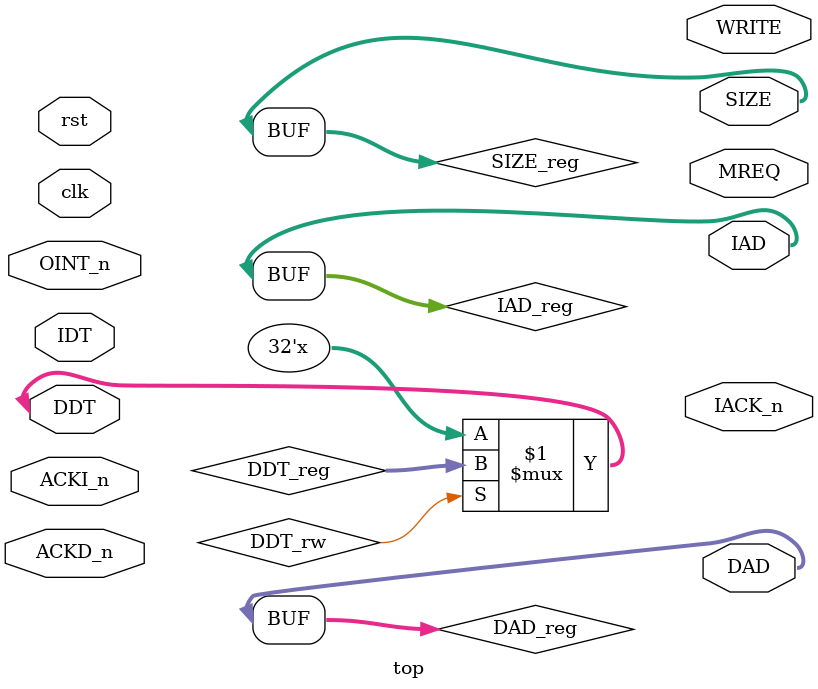
<source format=v>
`include "decoder.v"
`include "rf32x32.v"
module top(//Inputs
               clk,rst,
               ACKD_n,ACKI_n, 
               IDT,OINT_n,
               //Outputs
               IAD,DAD, 
               MREQ,WRITE, 
               SIZE,IACK_n, 
               //Inout
               DDT
               );
    input clk,rst,ACKD_n,ACKI_n;
    output[31:0] IAD,DAD;
    output MREQ,WRITE,IACK_n;
    output[1:0] SIZE;
    inout [31:0] DDT;
    input[31:0] IDT;
    input[2:0] OINT_n;
    reg[31:0] IAD_reg,DAD_reg;
    reg MREQ_reg,WRITE_reg,IACK_n_reg;
    reg DDT_rw;//(0:read,1:write) 適宜書き換えるように。
    reg[31:0] DDT_reg;
    reg[1:0] SIZE_reg;
    assign SIZE=SIZE_reg;
    assign IAD=IAD_reg;
    assign DAD=DAD_reg;
    assign DDT=(DDT_rw)? DDT_reg:32'bz;
    //配線を作成。
    wire [4:0] r_addr1,r_addr2;
    //モジュールたちをいかに設置。
    decoder decode(.clk(clk),.read_reg1(r_addr1),.read_reg2(r_addr2));
endmodule
</source>
